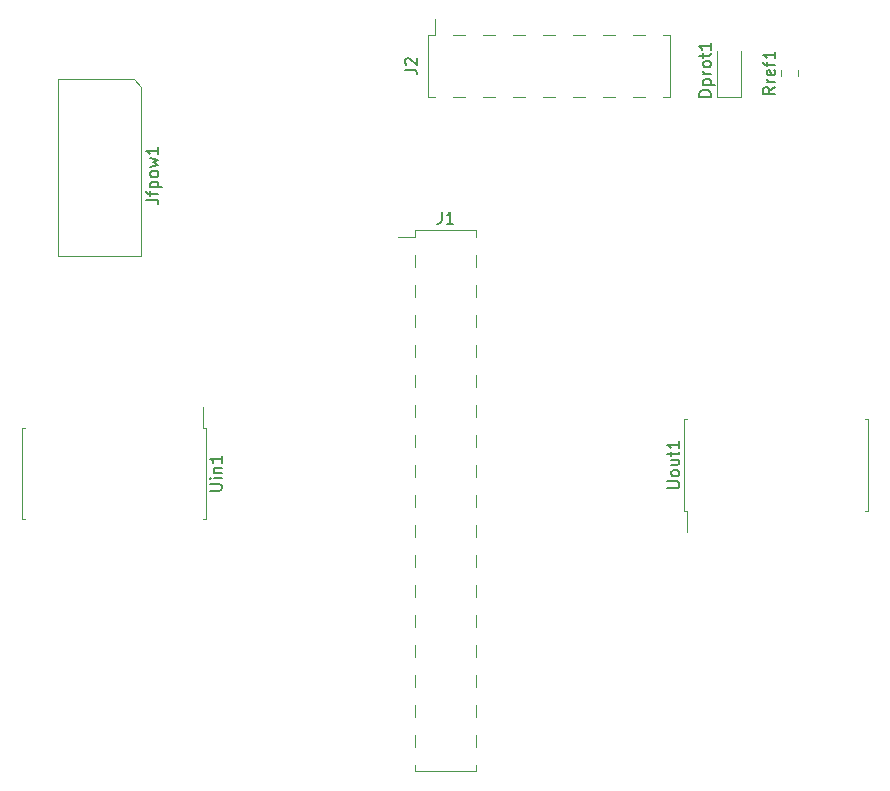
<source format=gbr>
G04 #@! TF.GenerationSoftware,KiCad,Pcbnew,5.1.2*
G04 #@! TF.CreationDate,2019-05-22T09:14:52+02:00*
G04 #@! TF.ProjectId,polythene_sensor,706f6c79-7468-4656-9e65-5f73656e736f,rev?*
G04 #@! TF.SameCoordinates,Original*
G04 #@! TF.FileFunction,Legend,Top*
G04 #@! TF.FilePolarity,Positive*
%FSLAX46Y46*%
G04 Gerber Fmt 4.6, Leading zero omitted, Abs format (unit mm)*
G04 Created by KiCad (PCBNEW 5.1.2) date 2019-05-22 09:14:52*
%MOMM*%
%LPD*%
G04 APERTURE LIST*
%ADD10C,0.120000*%
%ADD11C,0.150000*%
G04 APERTURE END LIST*
D10*
X166424300Y-72342700D02*
X171624300Y-72342700D01*
X166424300Y-118182700D02*
X171624300Y-118182700D01*
X164984300Y-72912700D02*
X166424300Y-72912700D01*
X166424300Y-72342700D02*
X166424300Y-72912700D01*
X171624300Y-72342700D02*
X171624300Y-72912700D01*
X166424300Y-117612700D02*
X166424300Y-118182700D01*
X171624300Y-117612700D02*
X171624300Y-118182700D01*
X166424300Y-74432700D02*
X166424300Y-75452700D01*
X171624300Y-74432700D02*
X171624300Y-75452700D01*
X166424300Y-76972700D02*
X166424300Y-77992700D01*
X171624300Y-76972700D02*
X171624300Y-77992700D01*
X166424300Y-79512700D02*
X166424300Y-80532700D01*
X171624300Y-79512700D02*
X171624300Y-80532700D01*
X166424300Y-82052700D02*
X166424300Y-83072700D01*
X171624300Y-82052700D02*
X171624300Y-83072700D01*
X166424300Y-84592700D02*
X166424300Y-85612700D01*
X171624300Y-84592700D02*
X171624300Y-85612700D01*
X166424300Y-87132700D02*
X166424300Y-88152700D01*
X171624300Y-87132700D02*
X171624300Y-88152700D01*
X166424300Y-89672700D02*
X166424300Y-90692700D01*
X171624300Y-89672700D02*
X171624300Y-90692700D01*
X166424300Y-92212700D02*
X166424300Y-93232700D01*
X171624300Y-92212700D02*
X171624300Y-93232700D01*
X166424300Y-94752700D02*
X166424300Y-95772700D01*
X171624300Y-94752700D02*
X171624300Y-95772700D01*
X166424300Y-97292700D02*
X166424300Y-98312700D01*
X171624300Y-97292700D02*
X171624300Y-98312700D01*
X166424300Y-99832700D02*
X166424300Y-100852700D01*
X171624300Y-99832700D02*
X171624300Y-100852700D01*
X166424300Y-102372700D02*
X166424300Y-103392700D01*
X171624300Y-102372700D02*
X171624300Y-103392700D01*
X166424300Y-104912700D02*
X166424300Y-105932700D01*
X171624300Y-104912700D02*
X171624300Y-105932700D01*
X166424300Y-107452700D02*
X166424300Y-108472700D01*
X171624300Y-107452700D02*
X171624300Y-108472700D01*
X166424300Y-109992700D02*
X166424300Y-111012700D01*
X171624300Y-109992700D02*
X171624300Y-111012700D01*
X166424300Y-112532700D02*
X166424300Y-113552700D01*
X171624300Y-112532700D02*
X171624300Y-113552700D01*
X166424300Y-115072700D02*
X166424300Y-116092700D01*
X171624300Y-115072700D02*
X171624300Y-116092700D01*
X142633800Y-59588400D02*
X143256000Y-60198000D01*
X143256000Y-60198000D02*
X143256000Y-74523600D01*
X143250800Y-74523600D02*
X136250800Y-74523600D01*
X136250800Y-74523600D02*
X136250800Y-59588400D01*
X136245600Y-59588400D02*
X142573800Y-59588400D01*
X133160000Y-92964000D02*
X133160000Y-96824000D01*
X133160000Y-96824000D02*
X133425000Y-96824000D01*
X133160000Y-92964000D02*
X133160000Y-89104000D01*
X133160000Y-89104000D02*
X133425000Y-89104000D01*
X148780000Y-92964000D02*
X148780000Y-96824000D01*
X148780000Y-96824000D02*
X148515000Y-96824000D01*
X148780000Y-92964000D02*
X148780000Y-89104000D01*
X148780000Y-89104000D02*
X148515000Y-89104000D01*
X148515000Y-89104000D02*
X148515000Y-87289000D01*
X189457400Y-96100100D02*
X189457400Y-97915100D01*
X189192400Y-96100100D02*
X189457400Y-96100100D01*
X189192400Y-92240100D02*
X189192400Y-96100100D01*
X189192400Y-88380100D02*
X189457400Y-88380100D01*
X189192400Y-92240100D02*
X189192400Y-88380100D01*
X204812400Y-96100100D02*
X204547400Y-96100100D01*
X204812400Y-92240100D02*
X204812400Y-96100100D01*
X204812400Y-88380100D02*
X204547400Y-88380100D01*
X204812400Y-92240100D02*
X204812400Y-88380100D01*
X192040000Y-61050000D02*
X194040000Y-61050000D01*
X194040000Y-61050000D02*
X194040000Y-57150000D01*
X192040000Y-61050000D02*
X192040000Y-57150000D01*
X167580000Y-61040000D02*
X167580000Y-55840000D01*
X167580000Y-55840000D02*
X168150000Y-55840000D01*
X169670000Y-55840000D02*
X170690000Y-55840000D01*
X172210000Y-55840000D02*
X173230000Y-55840000D01*
X174750000Y-55840000D02*
X175770000Y-55840000D01*
X177290000Y-55840000D02*
X178310000Y-55840000D01*
X179830000Y-55840000D02*
X180850000Y-55840000D01*
X182370000Y-55840000D02*
X183390000Y-55840000D01*
X184910000Y-55840000D02*
X185930000Y-55840000D01*
X187450000Y-55840000D02*
X188020000Y-55840000D01*
X188020000Y-61040000D02*
X188020000Y-55840000D01*
X167580000Y-61040000D02*
X168150000Y-61040000D01*
X169670000Y-61040000D02*
X170690000Y-61040000D01*
X172210000Y-61040000D02*
X173230000Y-61040000D01*
X174750000Y-61040000D02*
X175770000Y-61040000D01*
X177290000Y-61040000D02*
X178310000Y-61040000D01*
X179830000Y-61040000D02*
X180850000Y-61040000D01*
X182370000Y-61040000D02*
X183390000Y-61040000D01*
X184910000Y-61040000D02*
X185930000Y-61040000D01*
X187450000Y-61040000D02*
X188020000Y-61040000D01*
X168150000Y-55840000D02*
X168150000Y-54480000D01*
X197410000Y-59316252D02*
X197410000Y-58793748D01*
X198830000Y-59316252D02*
X198830000Y-58793748D01*
D11*
X168690966Y-70795080D02*
X168690966Y-71509366D01*
X168643347Y-71652223D01*
X168548109Y-71747461D01*
X168405252Y-71795080D01*
X168310014Y-71795080D01*
X169690966Y-71795080D02*
X169119538Y-71795080D01*
X169405252Y-71795080D02*
X169405252Y-70795080D01*
X169310014Y-70937938D01*
X169214776Y-71033176D01*
X169119538Y-71080795D01*
X143703180Y-69764019D02*
X144417466Y-69764019D01*
X144560323Y-69811638D01*
X144655561Y-69906876D01*
X144703180Y-70049733D01*
X144703180Y-70144971D01*
X144036514Y-69430685D02*
X144036514Y-69049733D01*
X144703180Y-69287828D02*
X143846038Y-69287828D01*
X143750800Y-69240209D01*
X143703180Y-69144971D01*
X143703180Y-69049733D01*
X144036514Y-68716400D02*
X145036514Y-68716400D01*
X144084133Y-68716400D02*
X144036514Y-68621161D01*
X144036514Y-68430685D01*
X144084133Y-68335447D01*
X144131752Y-68287828D01*
X144226990Y-68240209D01*
X144512704Y-68240209D01*
X144607942Y-68287828D01*
X144655561Y-68335447D01*
X144703180Y-68430685D01*
X144703180Y-68621161D01*
X144655561Y-68716400D01*
X144703180Y-67668780D02*
X144655561Y-67764019D01*
X144607942Y-67811638D01*
X144512704Y-67859257D01*
X144226990Y-67859257D01*
X144131752Y-67811638D01*
X144084133Y-67764019D01*
X144036514Y-67668780D01*
X144036514Y-67525923D01*
X144084133Y-67430685D01*
X144131752Y-67383066D01*
X144226990Y-67335447D01*
X144512704Y-67335447D01*
X144607942Y-67383066D01*
X144655561Y-67430685D01*
X144703180Y-67525923D01*
X144703180Y-67668780D01*
X144036514Y-67002114D02*
X144703180Y-66811638D01*
X144226990Y-66621161D01*
X144703180Y-66430685D01*
X144036514Y-66240209D01*
X144703180Y-65335447D02*
X144703180Y-65906876D01*
X144703180Y-65621161D02*
X143703180Y-65621161D01*
X143846038Y-65716400D01*
X143941276Y-65811638D01*
X143988895Y-65906876D01*
X149072380Y-94416380D02*
X149881904Y-94416380D01*
X149977142Y-94368761D01*
X150024761Y-94321142D01*
X150072380Y-94225904D01*
X150072380Y-94035428D01*
X150024761Y-93940190D01*
X149977142Y-93892571D01*
X149881904Y-93844952D01*
X149072380Y-93844952D01*
X150072380Y-93368761D02*
X149405714Y-93368761D01*
X149072380Y-93368761D02*
X149120000Y-93416380D01*
X149167619Y-93368761D01*
X149120000Y-93321142D01*
X149072380Y-93368761D01*
X149167619Y-93368761D01*
X149405714Y-92892571D02*
X150072380Y-92892571D01*
X149500952Y-92892571D02*
X149453333Y-92844952D01*
X149405714Y-92749714D01*
X149405714Y-92606857D01*
X149453333Y-92511619D01*
X149548571Y-92464000D01*
X150072380Y-92464000D01*
X150072380Y-91464000D02*
X150072380Y-92035428D01*
X150072380Y-91749714D02*
X149072380Y-91749714D01*
X149215238Y-91844952D01*
X149310476Y-91940190D01*
X149358095Y-92035428D01*
X187804780Y-94192480D02*
X188614304Y-94192480D01*
X188709542Y-94144861D01*
X188757161Y-94097242D01*
X188804780Y-94002004D01*
X188804780Y-93811528D01*
X188757161Y-93716290D01*
X188709542Y-93668671D01*
X188614304Y-93621052D01*
X187804780Y-93621052D01*
X188804780Y-93002004D02*
X188757161Y-93097242D01*
X188709542Y-93144861D01*
X188614304Y-93192480D01*
X188328590Y-93192480D01*
X188233352Y-93144861D01*
X188185733Y-93097242D01*
X188138114Y-93002004D01*
X188138114Y-92859147D01*
X188185733Y-92763909D01*
X188233352Y-92716290D01*
X188328590Y-92668671D01*
X188614304Y-92668671D01*
X188709542Y-92716290D01*
X188757161Y-92763909D01*
X188804780Y-92859147D01*
X188804780Y-93002004D01*
X188138114Y-91811528D02*
X188804780Y-91811528D01*
X188138114Y-92240100D02*
X188661923Y-92240100D01*
X188757161Y-92192480D01*
X188804780Y-92097242D01*
X188804780Y-91954385D01*
X188757161Y-91859147D01*
X188709542Y-91811528D01*
X188138114Y-91478195D02*
X188138114Y-91097242D01*
X187804780Y-91335338D02*
X188661923Y-91335338D01*
X188757161Y-91287719D01*
X188804780Y-91192480D01*
X188804780Y-91097242D01*
X188804780Y-90240100D02*
X188804780Y-90811528D01*
X188804780Y-90525814D02*
X187804780Y-90525814D01*
X187947638Y-90621052D01*
X188042876Y-90716290D01*
X188090495Y-90811528D01*
X191492380Y-61038095D02*
X190492380Y-61038095D01*
X190492380Y-60800000D01*
X190540000Y-60657142D01*
X190635238Y-60561904D01*
X190730476Y-60514285D01*
X190920952Y-60466666D01*
X191063809Y-60466666D01*
X191254285Y-60514285D01*
X191349523Y-60561904D01*
X191444761Y-60657142D01*
X191492380Y-60800000D01*
X191492380Y-61038095D01*
X190825714Y-60038095D02*
X191825714Y-60038095D01*
X190873333Y-60038095D02*
X190825714Y-59942857D01*
X190825714Y-59752380D01*
X190873333Y-59657142D01*
X190920952Y-59609523D01*
X191016190Y-59561904D01*
X191301904Y-59561904D01*
X191397142Y-59609523D01*
X191444761Y-59657142D01*
X191492380Y-59752380D01*
X191492380Y-59942857D01*
X191444761Y-60038095D01*
X191492380Y-59133333D02*
X190825714Y-59133333D01*
X191016190Y-59133333D02*
X190920952Y-59085714D01*
X190873333Y-59038095D01*
X190825714Y-58942857D01*
X190825714Y-58847619D01*
X191492380Y-58371428D02*
X191444761Y-58466666D01*
X191397142Y-58514285D01*
X191301904Y-58561904D01*
X191016190Y-58561904D01*
X190920952Y-58514285D01*
X190873333Y-58466666D01*
X190825714Y-58371428D01*
X190825714Y-58228571D01*
X190873333Y-58133333D01*
X190920952Y-58085714D01*
X191016190Y-58038095D01*
X191301904Y-58038095D01*
X191397142Y-58085714D01*
X191444761Y-58133333D01*
X191492380Y-58228571D01*
X191492380Y-58371428D01*
X190825714Y-57752380D02*
X190825714Y-57371428D01*
X190492380Y-57609523D02*
X191349523Y-57609523D01*
X191444761Y-57561904D01*
X191492380Y-57466666D01*
X191492380Y-57371428D01*
X191492380Y-56514285D02*
X191492380Y-57085714D01*
X191492380Y-56800000D02*
X190492380Y-56800000D01*
X190635238Y-56895238D01*
X190730476Y-56990476D01*
X190778095Y-57085714D01*
X165592380Y-58773333D02*
X166306666Y-58773333D01*
X166449523Y-58820952D01*
X166544761Y-58916190D01*
X166592380Y-59059047D01*
X166592380Y-59154285D01*
X165687619Y-58344761D02*
X165640000Y-58297142D01*
X165592380Y-58201904D01*
X165592380Y-57963809D01*
X165640000Y-57868571D01*
X165687619Y-57820952D01*
X165782857Y-57773333D01*
X165878095Y-57773333D01*
X166020952Y-57820952D01*
X166592380Y-58392380D01*
X166592380Y-57773333D01*
X196922380Y-60245476D02*
X196446190Y-60578809D01*
X196922380Y-60816904D02*
X195922380Y-60816904D01*
X195922380Y-60435952D01*
X195970000Y-60340714D01*
X196017619Y-60293095D01*
X196112857Y-60245476D01*
X196255714Y-60245476D01*
X196350952Y-60293095D01*
X196398571Y-60340714D01*
X196446190Y-60435952D01*
X196446190Y-60816904D01*
X196922380Y-59816904D02*
X196255714Y-59816904D01*
X196446190Y-59816904D02*
X196350952Y-59769285D01*
X196303333Y-59721666D01*
X196255714Y-59626428D01*
X196255714Y-59531190D01*
X196874761Y-58816904D02*
X196922380Y-58912142D01*
X196922380Y-59102619D01*
X196874761Y-59197857D01*
X196779523Y-59245476D01*
X196398571Y-59245476D01*
X196303333Y-59197857D01*
X196255714Y-59102619D01*
X196255714Y-58912142D01*
X196303333Y-58816904D01*
X196398571Y-58769285D01*
X196493809Y-58769285D01*
X196589047Y-59245476D01*
X196255714Y-58483571D02*
X196255714Y-58102619D01*
X196922380Y-58340714D02*
X196065238Y-58340714D01*
X195970000Y-58293095D01*
X195922380Y-58197857D01*
X195922380Y-58102619D01*
X196922380Y-57245476D02*
X196922380Y-57816904D01*
X196922380Y-57531190D02*
X195922380Y-57531190D01*
X196065238Y-57626428D01*
X196160476Y-57721666D01*
X196208095Y-57816904D01*
M02*

</source>
